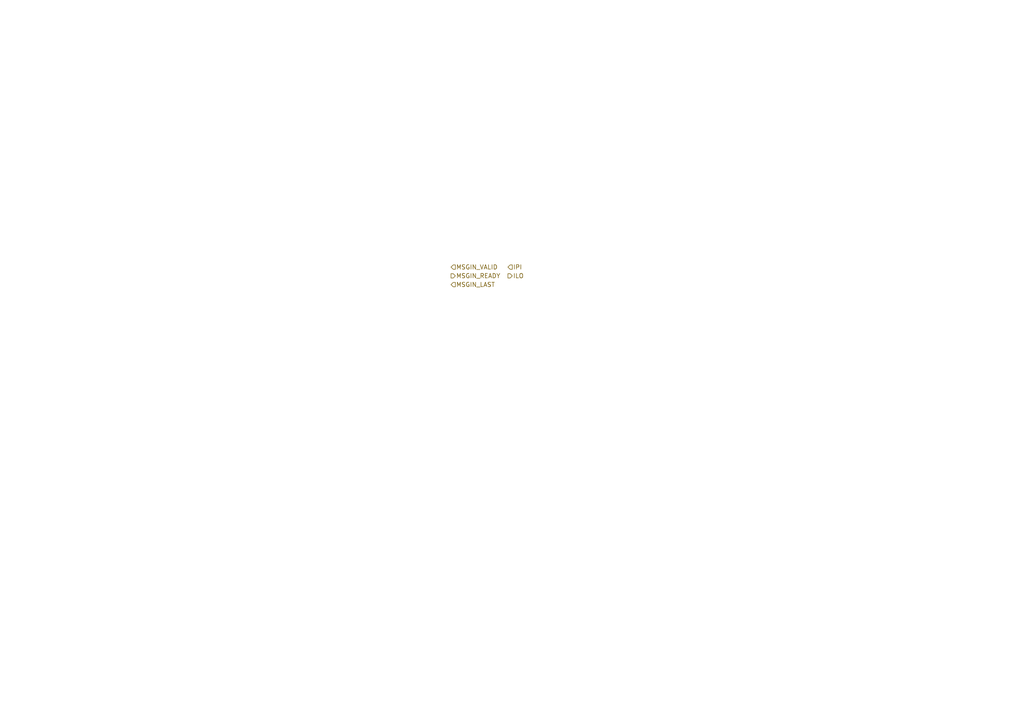
<source format=kicad_sch>
(kicad_sch
	(version 20231120)
	(generator "eeschema")
	(generator_version "8.0")
	(uuid "720c9c58-7c8d-47b7-b905-feb2d12f2509")
	(paper "A4")
	(lib_symbols)
	(hierarchical_label "IPI"
		(shape input)
		(at 147.32 77.47 0)
		(fields_autoplaced yes)
		(effects
			(font
				(size 1.27 1.27)
			)
			(justify left)
		)
		(uuid "0cf7da1b-87bb-4c81-aaf4-f1b02cd3ec4c")
	)
	(hierarchical_label "ILO"
		(shape output)
		(at 147.32 80.01 0)
		(fields_autoplaced yes)
		(effects
			(font
				(size 1.27 1.27)
			)
			(justify left)
		)
		(uuid "423aac19-7d0f-4ece-965a-3a2717a192b6")
	)
	(hierarchical_label "MSGIN_LAST"
		(shape input)
		(at 130.81 82.55 0)
		(fields_autoplaced yes)
		(effects
			(font
				(size 1.27 1.27)
			)
			(justify left)
		)
		(uuid "4b620bf8-53f1-40e4-b88a-08dd15fb6a07")
	)
	(hierarchical_label "MSGIN_VALID"
		(shape input)
		(at 130.81 77.47 0)
		(fields_autoplaced yes)
		(effects
			(font
				(size 1.27 1.27)
			)
			(justify left)
		)
		(uuid "d395f7b0-aaba-42d9-ba8d-3f453f21286c")
	)
	(hierarchical_label "MSGIN_READY"
		(shape output)
		(at 130.81 80.01 0)
		(fields_autoplaced yes)
		(effects
			(font
				(size 1.27 1.27)
			)
			(justify left)
		)
		(uuid "ffb976a5-cc04-4099-8122-4f579cb82abd")
	)
)

</source>
